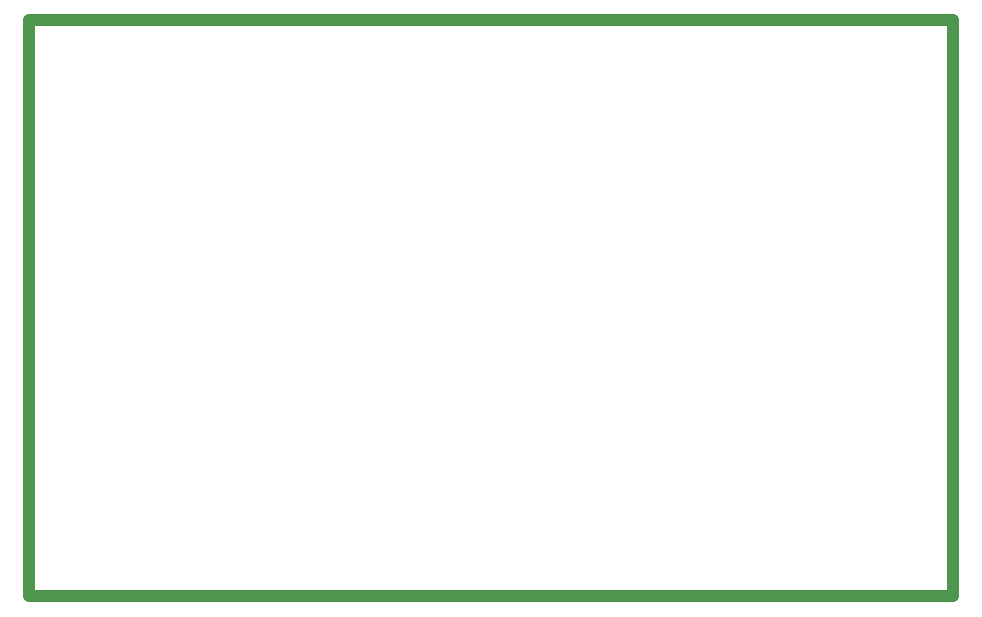
<source format=gbr>
G04 #@! TF.GenerationSoftware,KiCad,Pcbnew,(5.1.5)-3*
G04 #@! TF.CreationDate,2021-12-16T11:03:43-06:00*
G04 #@! TF.ProjectId,Gripper_Receiver,47726970-7065-4725-9f52-656365697665,rev?*
G04 #@! TF.SameCoordinates,Original*
G04 #@! TF.FileFunction,Profile,NP*
%FSLAX46Y46*%
G04 Gerber Fmt 4.6, Leading zero omitted, Abs format (unit mm)*
G04 Created by KiCad (PCBNEW (5.1.5)-3) date 2021-12-16 11:03:43*
%MOMM*%
%LPD*%
G04 APERTURE LIST*
%ADD10C,1.000000*%
G04 APERTURE END LIST*
D10*
X125476000Y-51816000D02*
X125476000Y-100584000D01*
X203708000Y-51816000D02*
X125476000Y-51816000D01*
X203708000Y-100584000D02*
X203708000Y-51816000D01*
X125476000Y-100584000D02*
X203708000Y-100584000D01*
M02*

</source>
